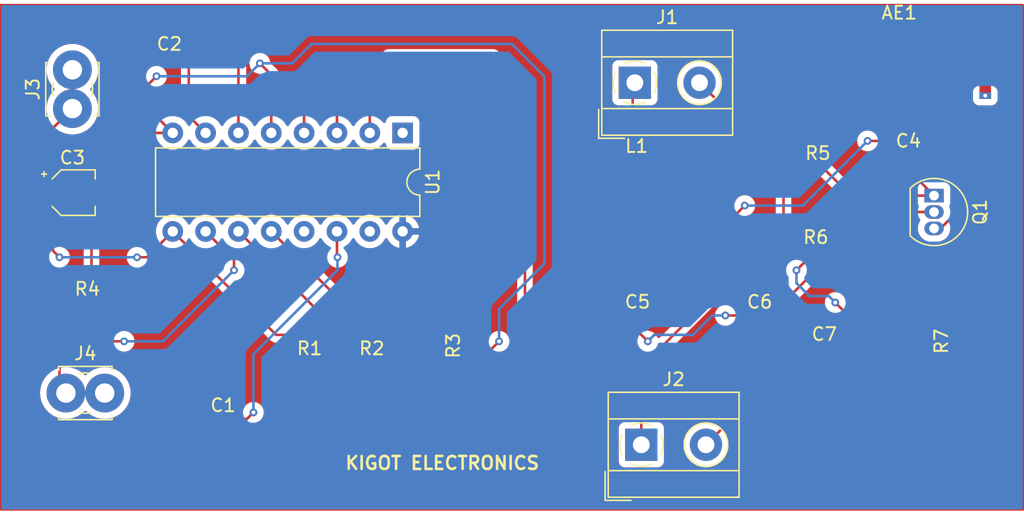
<source format=kicad_pcb>
(kicad_pcb (version 20240108) (generator "pcbnew") (generator_version "8.0")
  (layers (0 "F.Cu" signal) (31 "B.Cu" signal) (34 "B.Paste" user) (35 "F.Paste" user) (36 "B.SilkS" user "B.Silkscreen") (37 "F.SilkS" user "F.Silkscreen") (38 "B.Mask" user) (39 "F.Mask" user) (44 "Edge.Cuts" user))
  (net 0 "")
  (net 1 "Earth")
  (net 2 "Net-(J1-Pin_1)")
  (net 3 "Net-(J2-Pin_2)")
  (net 4 "Net-(J3-Pin_1)")
  (net 5 "Net-(J4-Pin_1)")
  (net 6 "Net-(U1-VCOin)")
  (net 7 "Net-(U1-PC1)")
  (net 8 "Net-(U1-R1)")
  (net 9 "GND")
  (net 10 "Net-(U1-R2)")
  (net 11 "Net-(Q1-E)")
  (net 12 "Net-(Q1-B)")
  (net 13 "Net-(AE1-A)")
  (net 15 "Net-(U1-SigIn)")
  (net 16 "Net-(U1-FOUT)")
  (net 17 "Net-(U1-C1)")
  (net 18 "+5VD")
  (net 21 "Net-(U1-C2)")
  (footprint "Resistor_SMD:R_0201_0603Metric" (layer "F.Cu") (at 101.655 81.5)
    (property "Reference" "R4" (at 0 -1.05 0) (layer "F.SilkS"))
    (property "Value" "1k")
    (pad "1" smd roundrect (at -0.32 0) (size 0.46 0.4) (layers "F.Cu" "F.Mask") (net 5 "Net-(J4-Pin_1)"))
    (pad "2" smd roundrect (at 0.32 0) (size 0.46 0.4) (layers "F.Cu" "F.Mask") (net 9 "GND"))
  )
  (footprint "TerminalBlock_MetzConnect:TerminalBlock_MetzConnect_360272_1x01_Horizontal_ScrewM2.6" (layer "F.Cu") (at 100.5 66.5 90)
    (property "Reference" "J3" (at 1.5 -3.06 90) (layer "F.SilkS"))
    (property "Value" "fm input")
    (fp_line (start 3.56 -2.06) (end 3.56 -1.755) (stroke (width 0.12)) (layer "F.SilkS"))
    (fp_line (start -0.56 -2.06) (end 3.56 -2.06) (stroke (width 0.12)) (layer "F.SilkS"))
    (fp_line (start -0.56 -2.06) (end -0.56 -1.755) (stroke (width 0.12)) (layer "F.SilkS"))
    (fp_line (start 3.56 1.755) (end 3.56 2.06) (stroke (width 0.12)) (layer "F.SilkS"))
    (fp_line (start -0.56 1.755) (end -0.56 2.06) (stroke (width 0.12)) (layer "F.SilkS"))
    (fp_line (start -0.56 2.06) (end 3.56 2.06) (stroke (width 0.12)) (layer "F.SilkS"))
    (fp_arc (start 1.018482 -1.484481) (mid 1.500779 -1.560623) (end 1.983 -1.484) (stroke (width 0.12)) (layer "F.SilkS"))
    (fp_arc (start 1.982067 1.483648) (mid 1.744038 1.540794) (end 1.5 1.56) (stroke (width 0.12)) (layer "F.SilkS"))
    (fp_arc (start 1.526458 1.560399) (mid 1.268555 1.543366) (end 1.017 1.484) (stroke (width 0.12)) (layer "F.SilkS"))
    (pad "1" thru_hole circle (at 0 0 90) (size 3 3) (drill 1.5) (layers "*.Cu" "*.Mask") (net 4 "Net-(J3-Pin_1)"))
    (pad "1" thru_hole circle (at 3 0 90) (size 3 3) (drill 1.5) (layers "*.Cu" "*.Mask") (net 4 "Net-(J3-Pin_1)"))
  )
  (footprint "Capacitor_SMD:C_0201_0603Metric" (layer "F.Cu") (at 153.655 82.5)
    (property "Reference" "C6" (at 0 -1.05 0) (layer "F.SilkS"))
    (property "Value" "0.01uF")
    (pad "1" smd roundrect (at -0.32 0) (size 0.46 0.4) (layers "F.Cu" "F.Mask") (net 2 "Net-(J1-Pin_1)"))
    (pad "2" smd roundrect (at 0.32 0) (size 0.46 0.4) (layers "F.Cu" "F.Mask") (net 12 "Net-(Q1-B)"))
  )
  (footprint "Resistor_SMD:R_0201_0603Metric" (layer "F.Cu") (at 131 84.845 90)
    (property "Reference" "R3" (at 0 -1.05 90) (layer "F.SilkS"))
    (property "Value" "10k")
    (pad "1" smd roundrect (at -0.32 0 90) (size 0.46 0.4) (layers "F.Cu" "F.Mask") (net 9 "GND"))
    (pad "2" smd roundrect (at 0.32 0 90) (size 0.46 0.4) (layers "F.Cu" "F.Mask") (net 10 "Net-(U1-R2)"))
  )
  (footprint "Capacitor_SMD:C_0201_0603Metric" (layer "F.Cu") (at 110.655 60 180)
    (property "Reference" "C2" (at 2.655 -1.5 360) (layer "F.SilkS"))
    (property "Value" "0.01uF")
    (pad "1" smd roundrect (at -0.32 0 180) (size 0.46 0.4) (layers "F.Cu" "F.Mask") (net 17 "Net-(U1-C1)"))
    (pad "2" smd roundrect (at 0.32 0 180) (size 0.46 0.4) (layers "F.Cu" "F.Mask") (net 21 "Net-(U1-C2)"))
  )
  (footprint "Resistor_SMD:R_0201_0603Metric" (layer "F.Cu") (at 118.845 84 180)
    (property "Reference" "R1" (at 0 -1.05 360) (layer "F.SilkS"))
    (property "Value" "1k")
    (pad "1" smd roundrect (at -0.32 0 180) (size 0.46 0.4) (layers "F.Cu" "F.Mask") (net 7 "Net-(U1-PC1)"))
    (pad "2" smd roundrect (at 0.32 0 180) (size 0.46 0.4) (layers "F.Cu" "F.Mask") (net 6 "Net-(U1-VCOin)"))
  )
  (footprint "Resistor_SMD:R_0201_0603Metric" (layer "F.Cu") (at 158.155 71)
    (property "Reference" "R5" (at 0 -1.05 0) (layer "F.SilkS"))
    (property "Value" "1k")
    (pad "1" smd roundrect (at -0.32 0) (size 0.46 0.4) (layers "F.Cu" "F.Mask") (net 1 "Earth"))
    (pad "2" smd roundrect (at 0.32 0) (size 0.46 0.4) (layers "F.Cu" "F.Mask") (net 11 "Net-(Q1-E)"))
  )
  (footprint "TerminalBlock_MetzConnect:TerminalBlock_MetzConnect_Type055_RT01502HDWU_1x02_P5.00mm_Horizontal" (layer "F.Cu") (at 144 64.5)
    (property "Reference" "J1" (at 2.5 -5.06 0) (layer "F.SilkS"))
    (property "Value" "9V")
    (fp_line (start -2.8 2.06) (end -2.8 4.3) (stroke (width 0.12)) (layer "F.SilkS"))
    (fp_line (start -2.8 4.3) (end -0.8 4.3) (stroke (width 0.12)) (layer "F.SilkS"))
    (fp_line (start -2.56 -4.06) (end -2.56 4.06) (stroke (width 0.12)) (layer "F.SilkS"))
    (fp_line (start -2.56 -4.06) (end 7.56 -4.06) (stroke (width 0.12)) (layer "F.SilkS"))
    (fp_line (start -2.56 -2) (end 7.56 -2) (stroke (width 0.12)) (layer "F.SilkS"))
    (fp_line (start -2.56 2) (end 7.56 2) (stroke (width 0.12)) (layer "F.SilkS"))
    (fp_line (start -2.56 4.06) (end 7.56 4.06) (stroke (width 0.12)) (layer "F.SilkS"))
    (fp_line (start 3.82 0.976) (end 3.726 1.069) (stroke (width 0.12)) (layer "F.SilkS"))
    (fp_line (start 3.99 1.216) (end 3.931 1.274) (stroke (width 0.12)) (layer "F.SilkS"))
    (fp_line (start 6.07 -1.275) (end 6.011 -1.216) (stroke (width 0.12)) (layer "F.SilkS"))
    (fp_line (start 6.275 -1.069) (end 6.181 -0.976) (stroke (width 0.12)) (layer "F.SilkS"))
    (fp_line (start 7.56 -4.06) (end 7.56 4.06) (stroke (width 0.12)) (layer "F.SilkS"))
    (fp_arc (start -1.483953 0.789089) (mid -1.680708 0.00005) (end -1.484 -0.789) (stroke (width 0.12)) (layer "F.SilkS"))
    (fp_arc (start -0.789089 -1.483953) (mid -0.00005 -1.680708) (end 0.789 -1.484) (stroke (width 0.12)) (layer "F.SilkS"))
    (fp_arc (start 0.029383 1.68045) (mid -0.392304 1.634281) (end -0.789 1.484) (stroke (width 0.12)) (layer "F.SilkS"))
    (fp_arc (start 0.788712 1.483352) (mid 0.406429 1.630097) (end 0 1.68) (stroke (width 0.12)) (layer "F.SilkS"))
    (fp_arc (start 1.483953 -0.789089) (mid 1.680708 -0.00005) (end 1.484 0.789) (stroke (width 0.12)) (layer "F.SilkS"))
    (fp_circle (center 5 0) (end 6.68 0) (stroke (width 0.12)) (fill none) (layer "F.SilkS"))
    (pad "1" thru_hole rect (at 0 0) (size 2.5 2.5) (drill 1.3) (layers "*.Cu" "*.Mask") (net 2 "Net-(J1-Pin_1)"))
    (pad "2" thru_hole circle (at 5 0) (size 2.5 2.5) (drill 1.3) (layers "*.Cu" "*.Mask") (net 1 "Earth"))
  )
  (footprint "Capacitor_SMD:C_0201_0603Metric" (layer "F.Cu") (at 144.205 82.5)
    (property "Reference" "C5" (at 0 -1.05 0) (layer "F.SilkS"))
    (property "Value" "37pF")
    (pad "1" smd roundrect (at -0.32 0) (size 0.46 0.4) (layers "F.Cu" "F.Mask") (net 2 "Net-(J1-Pin_1)"))
    (pad "2" smd roundrect (at 0.32 0) (size 0.46 0.4) (layers "F.Cu" "F.Mask") (net 13 "Net-(AE1-A)"))
  )
  (footprint "Resistor_SMD:R_0201_0603Metric" (layer "F.Cu") (at 166.655 84.5 -90)
    (property "Reference" "R7" (at 0 -1.05 90) (layer "F.SilkS"))
    (property "Value" "5.6k")
    (pad "1" smd roundrect (at -0.32 0 270) (size 0.46 0.4) (layers "F.Cu" "F.Mask") (net 2 "Net-(J1-Pin_1)"))
    (pad "2" smd roundrect (at 0.32 0 270) (size 0.46 0.4) (layers "F.Cu" "F.Mask") (net 3 "Net-(J2-Pin_2)"))
  )
  (footprint "Capacitor_SMD:CP_Elec_3x5.3" (layer "F.Cu") (at 100.5 73)
    (property "Reference" "C3" (at 0 -2.7 0) (layer "F.SilkS"))
    (property "Value" "1uF")
    (fp_line (start -2.375 -1.435) (end -2 -1.435) (stroke (width 0.12)) (layer "F.SilkS"))
    (fp_line (start -2.1875 -1.6225) (end -2.1875 -1.2475) (stroke (width 0.12)) (layer "F.SilkS"))
    (fp_line (start -1.570563 -1.06) (end -0.870563 -1.76) (stroke (width 0.12)) (layer "F.SilkS"))
    (fp_line (start -1.570563 1.06) (end -0.870563 1.76) (stroke (width 0.12)) (layer "F.SilkS"))
    (fp_line (start -0.870563 -1.76) (end 1.76 -1.76) (stroke (width 0.12)) (layer "F.SilkS"))
    (fp_line (start -0.870563 1.76) (end 1.76 1.76) (stroke (width 0.12)) (layer "F.SilkS"))
    (fp_line (start 1.76 -1.76) (end 1.76 -1.06) (stroke (width 0.12)) (layer "F.SilkS"))
    (fp_line (start 1.76 1.76) (end 1.76 1.06) (stroke (width 0.12)) (layer "F.SilkS"))
    (pad "1" smd rect (at -1.5 0) (size 2.2 1.6) (layers "F.Cu" "F.Paste" "F.Mask") (net 6 "Net-(U1-VCOin)"))
    (pad "2" smd rect (at 1.5 0) (size 2.2 1.6) (layers "F.Cu" "F.Paste" "F.Mask") (net 9 "GND"))
  )
  (footprint "Package_DIP:DIP-16_W7.62mm" (layer "F.Cu") (at 126.04 68.38 -90)
    (property "Reference" "U1" (at 3.81 -2.33 90) (layer "F.SilkS"))
    (property "Value" "4046")
    (fp_line (start 1.16 19.11) (end 6.46 19.11) (stroke (width 0.12)) (layer "F.SilkS"))
    (fp_line (start 6.46 19.11) (end 6.46 -1.33) (stroke (width 0.12)) (layer "F.SilkS"))
    (fp_line (start 1.16 -1.33) (end 1.16 19.11) (stroke (width 0.12)) (layer "F.SilkS"))
    (fp_line (start 2.81 -1.33) (end 1.16 -1.33) (stroke (width 0.12)) (layer "F.SilkS"))
    (fp_line (start 6.46 -1.33) (end 4.81 -1.33) (stroke (width 0.12)) (layer "F.SilkS"))
    (fp_arc (start 4.81 -1.33) (mid 3.81 -0.33) (end 2.81 -1.33) (stroke (width 0.12)) (layer "F.SilkS"))
    (pad "1" thru_hole rect (at 0 0 270) (size 1.6 1.6) (drill 0.8) (layers "*.Cu" "*.Mask"))
    (pad "2" thru_hole oval (at 0 2.54 270) (size 1.6 1.6) (drill 0.8) (layers "*.Cu" "*.Mask") (net 7 "Net-(U1-PC1)"))
    (pad "3" thru_hole oval (at 0 5.08 270) (size 1.6 1.6) (drill 0.8) (layers "*.Cu" "*.Mask") (net 16 "Net-(U1-FOUT)"))
    (pad "4" thru_hole oval (at 0 7.62 270) (size 1.6 1.6) (drill 0.8) (layers "*.Cu" "*.Mask") (net 16 "Net-(U1-FOUT)"))
    (pad "5" thru_hole oval (at 0 10.16 270) (size 1.6 1.6) (drill 0.8) (layers "*.Cu" "*.Mask") (net 9 "GND"))
    (pad "6" thru_hole oval (at 0 12.7 270) (size 1.6 1.6) (drill 0.8) (layers "*.Cu" "*.Mask") (net 17 "Net-(U1-C1)"))
    (pad "7" thru_hole oval (at 0 15.24 270) (size 1.6 1.6) (drill 0.8) (layers "*.Cu" "*.Mask") (net 21 "Net-(U1-C2)"))
    (pad "8" thru_hole oval (at 0 17.78 270) (size 1.6 1.6) (drill 0.8) (layers "*.Cu" "*.Mask") (net 9 "GND"))
    (pad "9" thru_hole oval (at 7.62 17.78 270) (size 1.6 1.6) (drill 0.8) (layers "*.Cu" "*.Mask") (net 6 "Net-(U1-VCOin)"))
    (pad "10" thru_hole oval (at 7.62 15.24 270) (size 1.6 1.6) (drill 0.8) (layers "*.Cu" "*.Mask") (net 5 "Net-(J4-Pin_1)"))
    (pad "11" thru_hole oval (at 7.62 12.7 270) (size 1.6 1.6) (drill 0.8) (layers "*.Cu" "*.Mask") (net 8 "Net-(U1-R1)"))
    (pad "12" thru_hole oval (at 7.62 10.16 270) (size 1.6 1.6) (drill 0.8) (layers "*.Cu" "*.Mask") (net 10 "Net-(U1-R2)"))
    (pad "13" thru_hole oval (at 7.62 7.62 270) (size 1.6 1.6) (drill 0.8) (layers "*.Cu" "*.Mask"))
    (pad "14" thru_hole oval (at 7.62 5.08 270) (size 1.6 1.6) (drill 0.8) (layers "*.Cu" "*.Mask") (net 15 "Net-(U1-SigIn)"))
    (pad "15" thru_hole oval (at 7.62 2.54 270) (size 1.6 1.6) (drill 0.8) (layers "*.Cu" "*.Mask"))
    (pad "16" thru_hole oval (at 7.62 0 270) (size 1.6 1.6) (drill 0.8) (layers "*.Cu" "*.Mask") (net 18 "+5VD"))
  )
  (footprint "TerminalBlock_MetzConnect:TerminalBlock_MetzConnect_Type055_RT01502HDWU_1x02_P5.00mm_Horizontal" (layer "F.Cu") (at 144.5 92.5)
    (property "Reference" "J2" (at 2.5 -5.06 0) (layer "F.SilkS"))
    (property "Value" "MIC")
    (fp_line (start -2.8 2.06) (end -2.8 4.3) (stroke (width 0.12)) (layer "F.SilkS"))
    (fp_line (start -2.8 4.3) (end -0.8 4.3) (stroke (width 0.12)) (layer "F.SilkS"))
    (fp_line (start -2.56 -4.06) (end -2.56 4.06) (stroke (width 0.12)) (layer "F.SilkS"))
    (fp_line (start -2.56 -4.06) (end 7.56 -4.06) (stroke (width 0.12)) (layer "F.SilkS"))
    (fp_line (start -2.56 -2) (end 7.56 -2) (stroke (width 0.12)) (layer "F.SilkS"))
    (fp_line (start -2.56 2) (end 7.56 2) (stroke (width 0.12)) (layer "F.SilkS"))
    (fp_line (start -2.56 4.06) (end 7.56 4.06) (stroke (width 0.12)) (layer "F.SilkS"))
    (fp_line (start 3.82 0.976) (end 3.726 1.069) (stroke (width 0.12)) (layer "F.SilkS"))
    (fp_line (start 3.99 1.216) (end 3.931 1.274) (stroke (width 0.12)) (layer "F.SilkS"))
    (fp_line (start 6.07 -1.275) (end 6.011 -1.216) (stroke (width 0.12)) (layer "F.SilkS"))
    (fp_line (start 6.275 -1.069) (end 6.181 -0.976) (stroke (width 0.12)) (layer "F.SilkS"))
    (fp_line (start 7.56 -4.06) (end 7.56 4.06) (stroke (width 0.12)) (layer "F.SilkS"))
    (fp_arc (start -1.483953 0.789089) (mid -1.680708 0.00005) (end -1.484 -0.789) (stroke (width 0.12)) (layer "F.SilkS"))
    (fp_arc (start -0.789089 -1.483953) (mid -0.00005 -1.680708) (end 0.789 -1.484) (stroke (width 0.12)) (layer "F.SilkS"))
    (fp_arc (start 0.029383 1.68045) (mid -0.392304 1.634281) (end -0.789 1.484) (stroke (width 0.12)) (layer "F.SilkS"))
    (fp_arc (start 0.788712 1.483352) (mid 0.406429 1.630097) (end 0 1.68) (stroke (width 0.12)) (layer "F.SilkS"))
    (fp_arc (start 1.483953 -0.789089) (mid 1.680708 -0.00005) (end 1.484 0.789) (stroke (width 0.12)) (layer "F.SilkS"))
    (fp_circle (center 5 0) (end 6.68 0) (stroke (width 0.12)) (fill none) (layer "F.SilkS"))
    (pad "1" thru_hole rect (at 0 0) (size 2.5 2.5) (drill 1.3) (layers "*.Cu" "*.Mask") (net 1 "Earth"))
    (pad "2" thru_hole circle (at 5 0) (size 2.5 2.5) (drill 1.3) (layers "*.Cu" "*.Mask") (net 3 "Net-(J2-Pin_2)"))
  )
  (footprint "RF_Antenna:Texas_SWRA117D_2.4GHz_Left" (layer "F.Cu") (at 169 65.5)
    (property "Reference" "AE1" (at -4.55 -6.41 0) (layer "F.SilkS"))
    (property "Value" "Antenna")
    (fp_poly (pts (xy -2.45 -2.51) (xy -4.45 -2.51) (xy -4.45 -5.15) (xy -7.15 -5.15) (xy -7.15 -2.51) (xy -9.15 -2.51) (xy -9.15 -5.15) (xy -11.85 -5.15) (xy -11.85 -0.71) (xy -11.35 -0.71) (xy -11.35 -4.65) (xy -9.65 -4.65) (xy -9.65 -2.01) (xy -6.65 -2.01) (xy -6.65 -4.65) (xy -4.95 -4.65) (xy -4.95 -2.01) (xy -1.95 -2.01) (xy -1.95 -4.65) (xy -0.25 -4.65) (xy -0.25 0.25) (xy 0.25 0.25) (xy 0.25 -4.65) (xy 1.65 -4.65) (xy 1.65 0.25) (xy 2.55 0.25) (xy 2.55 0.006785) (xy 2.247583 0.006785) (xy 2.237742 0.054395) (xy 2.213674 0.096797) (xy 2.175731 0.129581) (xy 2.167819 0.133935) (xy 2.125156 0.146043) (xy 2.076637 0.1453) (xy 2.031122 0.1324) (xy 2.012511 0.121787) (xy 1.978868 0.086553) (xy 1.958309 0.041368) (xy 1.951778 -0.008158) (xy 1.960218 -0.056417) (xy 1.977112 -0.088643) (xy 2.012372 -0.121313) (xy 2.057682 -0.141408) (xy 2.107267 -0.147982) (xy 2.155353 -0.140092) (xy 2.188245 -0.123186) (xy 2.223185 -0.086416) (xy 2.242847 -0.041622) (xy 2.247583 0.006785) (xy 2.55 0.006785) (xy 2.55 -5.15) (xy -2.45 -5.15) (xy -2.45 -2.51)) (fill solid) (layer "F.Cu"))
    (pad "1" connect rect (at 0 0) (size 0.5 0.5) (layers "F.Cu") (net 13 "Net-(AE1-A)"))
    (pad "2" thru_hole rect (at 2.1 0) (size 0.9 0.5) (drill 0.3) (layers "*.Cu"))
  )
  (footprint "TerminalBlock_MetzConnect:TerminalBlock_MetzConnect_360272_1x01_Horizontal_ScrewM2.6" (layer "F.Cu") (at 100 88.5)
    (property "Reference" "J4" (at 1.5 -3.06 0) (layer "F.SilkS"))
    (property "Value" "message out")
    (fp_line (start -0.56 -2.06) (end -0.56 -1.755) (stroke (width 0.12)) (layer "F.SilkS"))
    (fp_line (start -0.56 -2.06) (end 3.56 -2.06) (stroke (width 0.12)) (layer "F.SilkS"))
    (fp_line (start -0.56 1.755) (end -0.56 2.06) (stroke (width 0.12)) (layer "F.SilkS"))
    (fp_line (start -0.56 2.06) (end 3.56 2.06) (stroke (width 0.12)) (layer "F.SilkS"))
    (fp_line (start 3.56 -2.06) (end 3.56 -1.755) (stroke (width 0.12)) (layer "F.SilkS"))
    (fp_line (start 3.56 1.755) (end 3.56 2.06) (stroke (width 0.12)) (layer "F.SilkS"))
    (fp_arc (start 1.018482 -1.484481) (mid 1.500779 -1.560623) (end 1.983 -1.484) (stroke (width 0.12)) (layer "F.SilkS"))
    (fp_arc (start 1.526458 1.560399) (mid 1.268555 1.543366) (end 1.017 1.484) (stroke (width 0.12)) (layer "F.SilkS"))
    (fp_arc (start 1.982067 1.483648) (mid 1.744038 1.540794) (end 1.5 1.56) (stroke (width 0.12)) (layer "F.SilkS"))
    (pad "1" thru_hole circle (at 0 0) (size 3 3) (drill 1.5) (layers "*.Cu" "*.Mask") (net 5 "Net-(J4-Pin_1)"))
    (pad "1" thru_hole circle (at 3 0) (size 3 3) (drill 1.5) (layers "*.Cu" "*.Mask") (net 5 "Net-(J4-Pin_1)"))
  )
  (footprint "Package_TO_SOT_THT:TO-92_Inline" (layer "F.Cu") (at 167.14 73.23 -90)
    (property "Reference" "Q1" (at 1.27 -3.56 90) (layer "F.SilkS"))
    (property "Value" "2N3904")
    (fp_line (start -0.53 1.85) (end 3.07 1.85) (stroke (width 0.12)) (layer "F.SilkS"))
    (fp_arc (start -0.568478 1.838478) (mid -1.132087 -0.994977) (end 1.27 -2.6) (stroke (width 0.12)) (layer "F.SilkS"))
    (fp_arc (start 1.27 -2.6) (mid 3.672087 -0.994977) (end 3.108478 1.838478) (stroke (width 0.12)) (layer "F.SilkS"))
    (pad "1" thru_hole rect (at 0 0 270) (size 1.05 1.5) (drill 0.75) (layers "*.Cu" "*.Mask") (net 11 "Net-(Q1-E)"))
    (pad "2" thru_hole oval (at 1.27 0 270) (size 1.05 1.5) (drill 0.75) (layers "*.Cu" "*.Mask") (net 12 "Net-(Q1-B)"))
    (pad "3" thru_hole oval (at 2.54 0 270) (size 1.05 1.5) (drill 0.75) (layers "*.Cu" "*.Mask") (net 13 "Net-(AE1-A)"))
  )
  (footprint "Capacitor_SMD:C_0201_0603Metric" (layer "F.Cu") (at 165.155 69)
    (property "Reference" "C4" (at 0 0 0) (layer "F.SilkS"))
    (property "Value" "4.7pF")
    (pad "1" smd roundrect (at -0.32 0) (size 0.46 0.4) (layers "F.Cu" "F.Mask") (net 13 "Net-(AE1-A)"))
    (pad "2" smd roundrect (at 0.32 0) (size 0.46 0.4) (layers "F.Cu" "F.Mask") (net 11 "Net-(Q1-E)"))
  )
  (footprint "Resistor_SMD:R_0201_0603Metric" (layer "F.Cu") (at 123.655 84 180)
    (property "Reference" "R2" (at 0 -1.05 360) (layer "F.SilkS"))
    (property "Value" "1k")
    (pad "1" smd roundrect (at -0.32 0 180) (size 0.46 0.4) (layers "F.Cu" "F.Mask") (net 9 "GND"))
    (pad "2" smd roundrect (at 0.32 0 180) (size 0.46 0.4) (layers "F.Cu" "F.Mask") (net 8 "Net-(U1-R1)"))
  )
  (footprint "Resistor_SMD:R_0201_0603Metric" (layer "F.Cu") (at 158 77.5)
    (property "Reference" "R6" (at 0 -1.05 0) (layer "F.SilkS"))
    (property "Value" "10k")
    (pad "1" smd roundrect (at -0.32 0) (size 0.46 0.4) (layers "F.Cu" "F.Mask") (net 2 "Net-(J1-Pin_1)"))
    (pad "2" smd roundrect (at 0.32 0) (size 0.46 0.4) (layers "F.Cu" "F.Mask") (net 12 "Net-(Q1-B)"))
  )
  (footprint "Inductor_SMD:L_0201_0603Metric" (layer "F.Cu") (at 144.155 76.5)
    (property "Reference" "L1" (at -0.02 -7.1 0) (layer "F.SilkS"))
    (property "Value" "L")
    (pad "1" smd roundrect (at -0.32 0) (size 0.46 0.4) (layers "F.Cu" "F.Mask") (net 2 "Net-(J1-Pin_1)"))
    (pad "2" smd roundrect (at 0.32 0) (size 0.46 0.4) (layers "F.Cu" "F.Mask") (net 13 "Net-(AE1-A)"))
  )
  (footprint "Capacitor_SMD:C_0201_0603Metric" (layer "F.Cu") (at 158.655 85)
    (property "Reference" "C7" (at 0 -1.05 0) (layer "F.SilkS"))
    (property "Value" "0.33uF")
    (pad "1" smd roundrect (at -0.32 0) (size 0.46 0.4) (layers "F.Cu" "F.Mask") (net 3 "Net-(J2-Pin_2)"))
    (pad "2" smd roundrect (at 0.32 0) (size 0.46 0.4) (layers "F.Cu" "F.Mask") (net 12 "Net-(Q1-B)"))
  )
  (footprint "Capacitor_SMD:C_0201_0603Metric" (layer "F.Cu") (at 112.155 90.5)
    (property "Reference" "C1" (at 0 -1.05 0) (layer "F.SilkS"))
    (property "Value" "0.1uF")
    (pad "1" smd roundrect (at -0.32 0) (size 0.46 0.4) (layers "F.Cu" "F.Mask") (net 4 "Net-(J3-Pin_1)"))
    (pad "2" smd roundrect (at 0.32 0) (size 0.46 0.4) (layers "F.Cu" "F.Mask") (net 15 "Net-(U1-SigIn)"))
  )
  (gr_rect (start 95 58.5) (end 174 97.5) (stroke (width 0.2)) (fill none) (layer "F.Cu"))
  (gr_text "KIGOT ELECTRONICS\n" (at 121.5 94.5 0) (layer "F.SilkS") (effects (font (size 1 1) (thickness 0.2) (bold yes)) (justify left bottom)))
  (segment (start 155.5 71) (end 149 64.5) (width 0.2) (layer "F.Cu") (net 1))
  (segment (start 155.5 75.5) (end 155.5 71) (width 0.2) (layer "F.Cu") (net 1))
  (segment (start 144.5 86.5) (end 155.5 75.5) (width 0.2) (layer "F.Cu") (net 1))
  (segment (start 157.835 71) (end 155.5 71) (width 0.2) (layer "F.Cu") (net 1))
  (segment (start 144.5 92.5) (end 144.5 86.5) (width 0.2) (layer "F.Cu") (net 1))
  (segment (start 143.885 83.385) (end 145 84.5) (width 0.2) (layer "F.Cu") (net 2))
  (segment (start 143.885 82.5) (end 143.885 83.385) (width 0.2) (layer "F.Cu") (net 2))
  (segment (start 144 64.5) (end 143.835 64.665) (width 0.2) (layer "F.Cu") (net 2))
  (segment (start 153.335 82.5) (end 151 82.5) (width 0.2) (layer "F.Cu") (net 2))
  (segment (start 143 77.67) (end 143 81.615) (width 0.2) (layer "F.Cu") (net 2))
  (segment (start 143.835 64.665) (end 143.835 76.5) (width 0.2) (layer "F.Cu") (net 2))
  (segment (start 143.835 76.835) (end 143 77.67) (width 0.2) (layer "F.Cu") (net 2))
  (segment (start 162.18 84.18) (end 159.5 81.5) (width 0.2) (layer "F.Cu") (net 2))
  (segment (start 143.835 76.5) (end 143.835 76.835) (width 0.2) (layer "F.Cu") (net 2))
  (segment (start 143 81.615) (end 143.885 82.5) (width 0.2) (layer "F.Cu") (net 2))
  (segment (start 153.335 80.165) (end 156 77.5) (width 0.2) (layer "F.Cu") (net 2))
  (segment (start 156 77.5) (end 157.68 77.5) (width 0.2) (layer "F.Cu") (net 2))
  (segment (start 153.335 82.5) (end 153.335 80.165) (width 0.2) (layer "F.Cu") (net 2))
  (segment (start 157.68 77.82) (end 156.5 79) (width 0.2) (layer "F.Cu") (net 2))
  (segment (start 157.68 77.5) (end 157.68 77.82) (width 0.2) (layer "F.Cu") (net 2))
  (segment (start 166.655 84.18) (end 162.18 84.18) (width 0.2) (layer "F.Cu") (net 2))
  (via (at 156.5 79) (size 0.6) (drill 0.3) (layers "F.Cu" "B.Cu") (net 2))
  (via (at 145 84.5) (size 0.6) (drill 0.3) (layers "F.Cu" "B.Cu") (net 2))
  (via (at 151 82.5) (size 0.6) (drill 0.3) (layers "F.Cu" "B.Cu") (net 2))
  (via (at 159.5 81.5) (size 0.6) (drill 0.3) (layers "F.Cu" "B.Cu") (net 2))
  (segment (start 156.5 79) (end 156.5 80) (width 0.2) (layer "B.Cu") (net 2))
  (segment (start 148.5 84) (end 145.5 84) (width 0.2) (layer "B.Cu") (net 2))
  (segment (start 145.5 84) (end 145 84.5) (width 0.2) (layer "B.Cu") (net 2))
  (segment (start 157.5 81) (end 159 81) (width 0.2) (layer "B.Cu") (net 2))
  (segment (start 156.5 80) (end 157.5 81) (width 0.2) (layer "B.Cu") (net 2))
  (segment (start 150 82.5) (end 148.5 84) (width 0.2) (layer "B.Cu") (net 2))
  (segment (start 151 82.5) (end 150 82.5) (width 0.2) (layer "B.Cu") (net 2))
  (segment (start 159 81) (end 159.5 81.5) (width 0.2) (layer "B.Cu") (net 2))
  (segment (start 158.335 85.199999) (end 158.335 85) (width 0.2) (layer "F.Cu") (net 3))
  (segment (start 157 85) (end 158.335 85) (width 0.2) (layer "F.Cu") (net 3))
  (segment (start 166.655 84.82) (end 163.975 87.5) (width 0.2) (layer "F.Cu") (net 3))
  (segment (start 160.635001 87.5) (end 158.335 85.199999) (width 0.2) (layer "F.Cu") (net 3))
  (segment (start 149.5 92.5) (end 157 85) (width 0.2) (layer "F.Cu") (net 3))
  (segment (start 163.975 87.5) (end 160.635001 87.5) (width 0.2) (layer "F.Cu") (net 3))
  (segment (start 100.5 66.5) (end 96.5 70.5) (width 0.2) (layer "F.Cu") (net 4))
  (segment (start 109 94.5) (end 111.835 91.665) (width 0.2) (layer "F.Cu") (net 4))
  (segment (start 96.5 92) (end 99 94.5) (width 0.2) (layer "F.Cu") (net 4))
  (segment (start 96.5 70.5) (end 96.5 92) (width 0.2) (layer "F.Cu") (net 4))
  (segment (start 100.5 66.5) (end 100.5 63.5) (width 0.2) (layer "F.Cu") (net 4))
  (segment (start 111.835 91.665) (end 111.835 90.5) (width 0.2) (layer "F.Cu") (net 4))
  (segment (start 99 94.5) (end 109 94.5) (width 0.2) (layer "F.Cu") (net 4))
  (segment (start 102.5 84.5) (end 104.5 84.5) (width 0.2) (layer "F.Cu") (net 5))
  (segment (start 99.5 83.335) (end 99.5 88) (width 0.2) (layer "F.Cu") (net 5))
  (segment (start 103 88.5) (end 100 88.5) (width 0.2) (layer "F.Cu") (net 5))
  (segment (start 110.8 76) (end 113 78.2) (width 0.2) (layer "F.Cu") (net 5))
  (segment (start 99.5 88) (end 100 88.5) (width 0.2) (layer "F.Cu") (net 5))
  (segment (start 101.335 81.5) (end 101.335 83.335) (width 0.2) (layer "F.Cu") (net 5))
  (segment (start 113 78.2) (end 113 79) (width 0.2) (layer "F.Cu") (net 5))
  (segment (start 101.335 81.5) (end 99.5 83.335) (width 0.2) (layer "F.Cu") (net 5))
  (segment (start 101.335 83.335) (end 102.5 84.5) (width 0.2) (layer "F.Cu") (net 5))
  (via (at 104.5 84.5) (size 0.6) (drill 0.3) (layers "F.Cu" "B.Cu") (net 5))
  (via (at 113 79) (size 0.6) (drill 0.3) (layers "F.Cu" "B.Cu") (net 5))
  (segment (start 107.5 84.5) (end 113 79) (width 0.2) (layer "B.Cu") (net 5))
  (segment (start 104.5 84.5) (end 107.5 84.5) (width 0.2) (layer "B.Cu") (net 5))
  (segment (start 99 77.5) (end 99.5 78) (width 0.2) (layer "F.Cu") (net 6))
  (segment (start 106.26 78) (end 105.5 78) (width 0.2) (layer "F.Cu") (net 6))
  (segment (start 108.26 76) (end 106.26 78) (width 0.2) (layer "F.Cu") (net 6))
  (segment (start 99 73) (end 99 77.5) (width 0.2) (layer "F.Cu") (net 6))
  (segment (start 116.26 84) (end 118.525 84) (width 0.2) (layer "F.Cu") (net 6))
  (segment (start 108.26 76) (end 116.26 84) (width 0.2) (layer "F.Cu") (net 6))
  (via (at 105.5 78) (size 0.6) (drill 0.3) (layers "F.Cu" "B.Cu") (net 6))
  (via (at 99.5 78) (size 0.6) (drill 0.3) (layers "F.Cu" "B.Cu") (net 6))
  (segment (start 105.5 78) (end 99.5 78) (width 0.2) (layer "B.Cu") (net 6))
  (segment (start 123.5 64) (end 125 62.5) (width 0.2) (layer "F.Cu") (net 7))
  (segment (start 133 62.5) (end 135.5 65) (width 0.2) (layer "F.Cu") (net 7))
  (segment (start 125 62.5) (end 133 62.5) (width 0.2) (layer "F.Cu") (net 7))
  (segment (start 125.165 90) (end 119.165 84) (width 0.2) (layer "F.Cu") (net 7))
  (segment (start 132.5 90) (end 125.165 90) (width 0.2) (layer "F.Cu") (net 7))
  (segment (start 123.5 68.38) (end 123.5 64) (width 0.2) (layer "F.Cu") (net 7))
  (segment (start 135.5 65) (end 135.5 87) (width 0.2) (layer "F.Cu") (net 7))
  (segment (start 135.5 87) (end 132.5 90) (width 0.2) (layer "F.Cu") (net 7))
  (segment (start 121.34 84) (end 123.335 84) (width 0.2) (layer "F.Cu") (net 8))
  (segment (start 113.34 76) (end 121.34 84) (width 0.2) (layer "F.Cu") (net 8))
  (segment (start 102 73) (end 102 71) (width 0.2) (layer "F.Cu") (net 9))
  (segment (start 132.835 85.165) (end 133.5 84.5) (width 0.2) (layer "F.Cu") (net 9))
  (segment (start 101.975 73.525) (end 101.975 81.5) (width 0.2) (layer "F.Cu") (net 9))
  (segment (start 104.62 68.38) (end 108.26 68.38) (width 0.2) (layer "F.Cu") (net 9))
  (segment (start 131 85.165) (end 132.835 85.165) (width 0.2) (layer "F.Cu") (net 9))
  (segment (start 125.14 85.165) (end 131 85.165) (width 0.2) (layer "F.Cu") (net 9))
  (segment (start 123.975 84) (end 125.14 85.165) (width 0.2) (layer "F.Cu") (net 9))
  (segment (start 115.88 63.88) (end 115 63) (width 0.2) (layer "F.Cu") (net 9))
  (segment (start 106 65) (end 107 64) (width 0.2) (layer "F.Cu") (net 9))
  (segment (start 102 73.5) (end 101.975 73.525) (width 0.2) (layer "F.Cu") (net 9))
  (segment (start 106 66.12) (end 106 65) (width 0.2) (layer "F.Cu") (net 9))
  (segment (start 102 73) (end 102 73.5) (width 0.2) (layer "F.Cu") (net 9))
  (segment (start 115.88 68.38) (end 115.88 63.88) (width 0.2) (layer "F.Cu") (net 9))
  (segment (start 102 71) (end 104.62 68.38) (width 0.2) (layer "F.Cu") (net 9))
  (segment (start 108.26 68.38) (end 106 66.12) (width 0.2) (layer "F.Cu") (net 9))
  (via (at 133.5 84.5) (size 0.6) (drill 0.3) (layers "F.Cu" "B.Cu") (net 9))
  (via (at 115 63) (size 0.6) (drill 0.3) (layers "F.Cu" "B.Cu") (net 9))
  (via (at 107 64) (size 0.6) (drill 0.3) (layers "F.Cu" "B.Cu") (net 9))
  (segment (start 119 61.5) (end 117.5 63) (width 0.2) (layer "B.Cu") (net 9))
  (segment (start 107 64) (end 114 64) (width 0.2) (layer "B.Cu") (net 9))
  (segment (start 133.5 84.5) (end 133.5 82) (width 0.2) (layer "B.Cu") (net 9))
  (segment (start 117.5 63) (end 115 63) (width 0.2) (layer "B.Cu") (net 9))
  (segment (start 133.5 82) (end 137 78.5) (width 0.2) (layer "B.Cu") (net 9))
  (segment (start 114 64) (end 115 63) (width 0.2) (layer "B.Cu") (net 9))
  (segment (start 134.5 61.5) (end 119 61.5) (width 0.2) (layer "B.Cu") (net 9))
  (segment (start 137 64) (end 134.5 61.5) (width 0.2) (layer "B.Cu") (net 9))
  (segment (start 137 78.5) (end 137 64) (width 0.2) (layer "B.Cu") (net 9))
  (segment (start 115.88 76) (end 121.38 81.5) (width 0.2) (layer "F.Cu") (net 10))
  (segment (start 128 81.5) (end 131 84.5) (width 0.2) (layer "F.Cu") (net 10))
  (segment (start 121.38 81.5) (end 128 81.5) (width 0.2) (layer "F.Cu") (net 10))
  (segment (start 131 84.5) (end 131 84.525) (width 0.2) (layer "F.Cu") (net 10))
  (segment (start 167.14 73.23) (end 160.705 73.23) (width 0.2) (layer "F.Cu") (net 11))
  (segment (start 166 69.525) (end 166 72.09) (width 0.2) (layer "F.Cu") (net 11))
  (segment (start 165.475 69) (end 166 69.525) (width 0.2) (layer "F.Cu") (net 11))
  (segment (start 166 72.09) (end 167.14 73.23) (width 0.2) (layer "F.Cu") (net 11))
  (segment (start 160.705 73.23) (end 158.475 71) (width 0.2) (layer "F.Cu") (net 11))
  (segment (start 158.32 77.5) (end 158.32 78.68) (width 0.2) (layer "F.Cu") (net 12))
  (segment (start 154.5 82.5) (end 153.975 82.5) (width 0.2) (layer "F.Cu") (net 12))
  (segment (start 161.32 74.5) (end 167.14 74.5) (width 0.2) (layer "F.Cu") (net 12))
  (segment (start 158 82.5) (end 153.975 82.5) (width 0.2) (layer "F.Cu") (net 12))
  (segment (start 158.32 78.68) (end 154.5 82.5) (width 0.2) (layer "F.Cu") (net 12))
  (segment (start 158.975 85) (end 158.975 83.475) (width 0.2) (layer "F.Cu") (net 12))
  (segment (start 158.975 83.475) (end 158 82.5) (width 0.2) (layer "F.Cu") (net 12))
  (segment (start 158.32 77.5) (end 161.32 74.5) (width 0.2) (layer "F.Cu") (net 12))
  (segment (start 169.5 73.91) (end 167.64 75.77) (width 0.2) (layer "F.Cu") (net 13))
  (segment (start 145.5 81.525) (end 144.525 82.5) (width 0.2) (layer "F.Cu") (net 13))
  (segment (start 164.835 68.165) (end 167.5 65.5) (width 0.2) (layer "F.Cu") (net 13))
  (segment (start 167.64 75.77) (end 167.14 75.77) (width 0.2) (layer "F.Cu") (net 13))
  (segment (start 150 76.5) (end 144.475 76.5) (width 0.2) (layer "F.Cu") (net 13))
  (segment (start 164.835 69) (end 164.835 68.165) (width 0.2) (layer "F.Cu") (net 13))
  (segment (start 167.5 65.5) (end 169 65.5) (width 0.2) (layer "F.Cu") (net 13))
  (segment (start 152.5 74) (end 150 76.5) (width 0.2) (layer "F.Cu") (net 13))
  (segment (start 164.835 69) (end 162 69) (width 0.2) (layer "F.Cu") (net 13))
  (segment (start 169 65.5) (end 169.5 66) (width 0.2) (layer "F.Cu") (net 13))
  (segment (start 145.5 77.525) (end 145.5 81.525) (width 0.2) (layer "F.Cu") (net 13))
  (segment (start 144.475 76.5) (end 145.5 77.525) (width 0.2) (layer "F.Cu") (net 13))
  (segment (start 169.5 66) (end 169.5 73.91) (width 0.2) (layer "F.Cu") (net 13))
  (via (at 162 69) (size 0.6) (drill 0.3) (layers "F.Cu" "B.Cu") (net 13))
  (via (at 152.5 74) (size 0.6) (drill 0.3) (layers "F.Cu" "B.Cu") (net 13))
  (segment (start 157 74) (end 152.5 74) (width 0.2) (layer "B.Cu") (net 13))
  (segment (start 162 69) (end 157 74) (width 0.2) (layer "B.Cu") (net 13))
  (segment (start 120.96 76) (end 120.96 77.96) (width 0.2) (layer "F.Cu") (net 15))
  (segment (start 114 90.5) (end 114.5 90) (width 0.2) (layer "F.Cu") (net 15))
  (segment (start 120.96 77.96) (end 121 78) (width 0.2) (layer "F.Cu") (net 15))
  (segment (start 112.475 90.5) (end 114 90.5) (width 0.2) (layer "F.Cu") (net 15))
  (via (at 121 78) (size 0.6) (drill 0.3) (layers "F.Cu" "B.Cu") (net 15))
  (via (at 114.5 90) (size 0.6) (drill 0.3) (layers "F.Cu" "B.Cu") (net 15))
  (segment (start 121 79) (end 114.5 85.5) (width 0.2) (layer "B.Cu") (net 15))
  (segment (start 114.5 85.5) (end 114.5 90) (width 0.2) (layer "B.Cu") (net 15))
  (segment (start 121 78) (end 121 79) (width 0.2) (layer "B.Cu") (net 15))
  (segment (start 119 65) (end 118.42 65.58) (width 0.2) (layer "F.Cu") (net 16))
  (segment (start 118.42 65.58) (end 118.42 68.38) (width 0.2) (layer "F.Cu") (net 16))
  (segment (start 120.96 65.96) (end 120 65) (width 0.2) (layer "F.Cu") (net 16))
  (segment (start 120 65) (end 119 65) (width 0.2) (layer "F.Cu") (net 16))
  (segment (start 120.96 68.38) (end 120.96 65.96) (width 0.2) (layer "F.Cu") (net 16))
  (segment (start 113.34 68.38) (end 113.34 62.365) (width 0.2) (layer "F.Cu") (net 17))
  (segment (start 113.34 62.365) (end 110.975 60) (width 0.2) (layer "F.Cu") (net 17))
  (segment (start 110.8 68.38) (end 109.5 67.08) (width 0.2) (layer "F.Cu") (net 21))
  (segment (start 109.5 67.08) (end 109.5 60.835) (width 0.2) (layer "F.Cu") (net 21))
  (segment (start 109.5 60.835) (end 110.335 60) (width 0.2) (layer "F.Cu") (net 21))
  (zone (net 18) (net_name "+5VD") (layer "F.Cu") (priority 1) (connect_pads (clearance 0.5)) (min_thickness 0.25) (fill yes (thermal_gap 0.5) (thermal_bridge_width 0.5))
    (polygon (pts (xy 174 97.5) (xy 174 58.5) (xy 95 58.5) (xy 95 97.5)))
  )
  (zone (net 18) (net_name "+5VD") (layer "B.Cu") (connect_pads (clearance 0.5)) (min_thickness 0.25) (fill yes (thermal_gap 0.5) (thermal_bridge_width 0.5))
    (polygon (pts (xy 174 97.5) (xy 174 58.5) (xy 95 58.5) (xy 95 97.5)))
  )
)
</source>
